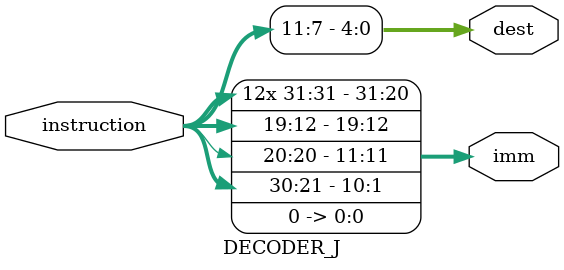
<source format=sv>
module DECODER_J (
	input  logic [31:0] instruction,
	output logic [31:0] imm,
	output logic [4:0]  dest
);
	//000000000000_00000000_0_0000000000_0

	/*
	assign imm = {
		instruction[31],
		instruction[31],
		instruction[31],
		instruction[31],
		instruction[31],
		instruction[31],
		instruction[31],
		instruction[31],
		instruction[31],
		instruction[31],
		instruction[31],
		instruction[31],
		instruction[19],
		instruction[18],
		instruction[17],
		instruction[16],
		instruction[15],
		instruction[14],
		instruction[13],
		instruction[12],
		instruction[20],
		instruction[30],
		instruction[29],
		instruction[28],
		instruction[27],
		instruction[26],
		instruction[25],
		instruction[24],
		instruction[23],
		instruction[22],
		instruction[21]
	};
	*/

	assign imm = {
		{12{instruction[31]}}, instruction[19:12], instruction[20], instruction[30:21], 1'b0
	};

	assign dest 	= instruction[11:7];

endmodule


</source>
